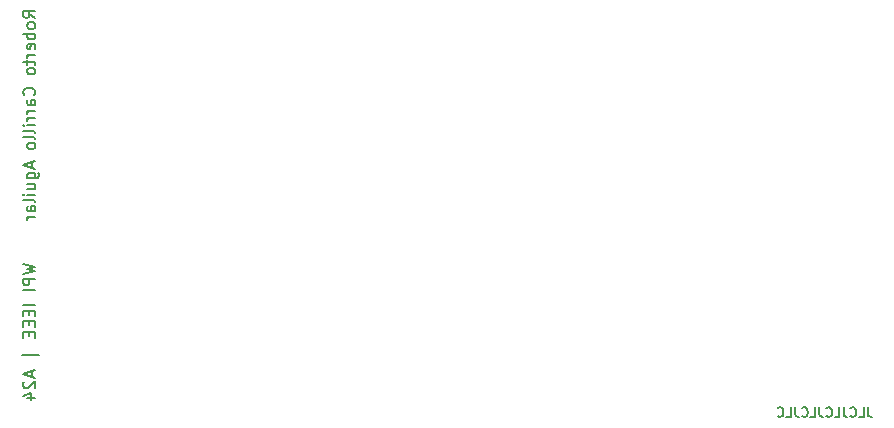
<source format=gbo>
G04 #@! TF.GenerationSoftware,KiCad,Pcbnew,8.0.4*
G04 #@! TF.CreationDate,2024-10-24T23:45:57-04:00*
G04 #@! TF.ProjectId,starter_board,73746172-7465-4725-9f62-6f6172642e6b,rev?*
G04 #@! TF.SameCoordinates,Original*
G04 #@! TF.FileFunction,Legend,Bot*
G04 #@! TF.FilePolarity,Positive*
%FSLAX46Y46*%
G04 Gerber Fmt 4.6, Leading zero omitted, Abs format (unit mm)*
G04 Created by KiCad (PCBNEW 8.0.4) date 2024-10-24 23:45:57*
%MOMM*%
%LPD*%
G01*
G04 APERTURE LIST*
%ADD10C,0.150000*%
%ADD11C,1.219200*%
%ADD12R,1.700000X1.700000*%
%ADD13O,1.700000X1.700000*%
%ADD14C,1.500000*%
%ADD15R,1.500000X1.500000*%
%ADD16O,1.900000X1.050000*%
G04 APERTURE END LIST*
D10*
X76969819Y-151241541D02*
X77969819Y-151479636D01*
X77969819Y-151479636D02*
X77255533Y-151670112D01*
X77255533Y-151670112D02*
X77969819Y-151860588D01*
X77969819Y-151860588D02*
X76969819Y-152098684D01*
X77969819Y-152479636D02*
X76969819Y-152479636D01*
X76969819Y-152479636D02*
X76969819Y-152860588D01*
X76969819Y-152860588D02*
X77017438Y-152955826D01*
X77017438Y-152955826D02*
X77065057Y-153003445D01*
X77065057Y-153003445D02*
X77160295Y-153051064D01*
X77160295Y-153051064D02*
X77303152Y-153051064D01*
X77303152Y-153051064D02*
X77398390Y-153003445D01*
X77398390Y-153003445D02*
X77446009Y-152955826D01*
X77446009Y-152955826D02*
X77493628Y-152860588D01*
X77493628Y-152860588D02*
X77493628Y-152479636D01*
X77969819Y-153479636D02*
X76969819Y-153479636D01*
X77969819Y-154717731D02*
X76969819Y-154717731D01*
X77446009Y-155193921D02*
X77446009Y-155527254D01*
X77969819Y-155670111D02*
X77969819Y-155193921D01*
X77969819Y-155193921D02*
X76969819Y-155193921D01*
X76969819Y-155193921D02*
X76969819Y-155670111D01*
X77446009Y-156098683D02*
X77446009Y-156432016D01*
X77969819Y-156574873D02*
X77969819Y-156098683D01*
X77969819Y-156098683D02*
X76969819Y-156098683D01*
X76969819Y-156098683D02*
X76969819Y-156574873D01*
X77446009Y-157003445D02*
X77446009Y-157336778D01*
X77969819Y-157479635D02*
X77969819Y-157003445D01*
X77969819Y-157003445D02*
X76969819Y-157003445D01*
X76969819Y-157003445D02*
X76969819Y-157479635D01*
X78303152Y-158908207D02*
X76874580Y-158908207D01*
X77684104Y-160336779D02*
X77684104Y-160812969D01*
X77969819Y-160241541D02*
X76969819Y-160574874D01*
X76969819Y-160574874D02*
X77969819Y-160908207D01*
X77065057Y-161193922D02*
X77017438Y-161241541D01*
X77017438Y-161241541D02*
X76969819Y-161336779D01*
X76969819Y-161336779D02*
X76969819Y-161574874D01*
X76969819Y-161574874D02*
X77017438Y-161670112D01*
X77017438Y-161670112D02*
X77065057Y-161717731D01*
X77065057Y-161717731D02*
X77160295Y-161765350D01*
X77160295Y-161765350D02*
X77255533Y-161765350D01*
X77255533Y-161765350D02*
X77398390Y-161717731D01*
X77398390Y-161717731D02*
X77969819Y-161146303D01*
X77969819Y-161146303D02*
X77969819Y-161765350D01*
X77303152Y-162622493D02*
X77969819Y-162622493D01*
X76922200Y-162384398D02*
X77636485Y-162146303D01*
X77636485Y-162146303D02*
X77636485Y-162765350D01*
X77969819Y-130408207D02*
X77493628Y-130074874D01*
X77969819Y-129836779D02*
X76969819Y-129836779D01*
X76969819Y-129836779D02*
X76969819Y-130217731D01*
X76969819Y-130217731D02*
X77017438Y-130312969D01*
X77017438Y-130312969D02*
X77065057Y-130360588D01*
X77065057Y-130360588D02*
X77160295Y-130408207D01*
X77160295Y-130408207D02*
X77303152Y-130408207D01*
X77303152Y-130408207D02*
X77398390Y-130360588D01*
X77398390Y-130360588D02*
X77446009Y-130312969D01*
X77446009Y-130312969D02*
X77493628Y-130217731D01*
X77493628Y-130217731D02*
X77493628Y-129836779D01*
X77969819Y-130979636D02*
X77922200Y-130884398D01*
X77922200Y-130884398D02*
X77874580Y-130836779D01*
X77874580Y-130836779D02*
X77779342Y-130789160D01*
X77779342Y-130789160D02*
X77493628Y-130789160D01*
X77493628Y-130789160D02*
X77398390Y-130836779D01*
X77398390Y-130836779D02*
X77350771Y-130884398D01*
X77350771Y-130884398D02*
X77303152Y-130979636D01*
X77303152Y-130979636D02*
X77303152Y-131122493D01*
X77303152Y-131122493D02*
X77350771Y-131217731D01*
X77350771Y-131217731D02*
X77398390Y-131265350D01*
X77398390Y-131265350D02*
X77493628Y-131312969D01*
X77493628Y-131312969D02*
X77779342Y-131312969D01*
X77779342Y-131312969D02*
X77874580Y-131265350D01*
X77874580Y-131265350D02*
X77922200Y-131217731D01*
X77922200Y-131217731D02*
X77969819Y-131122493D01*
X77969819Y-131122493D02*
X77969819Y-130979636D01*
X77969819Y-131741541D02*
X76969819Y-131741541D01*
X77350771Y-131741541D02*
X77303152Y-131836779D01*
X77303152Y-131836779D02*
X77303152Y-132027255D01*
X77303152Y-132027255D02*
X77350771Y-132122493D01*
X77350771Y-132122493D02*
X77398390Y-132170112D01*
X77398390Y-132170112D02*
X77493628Y-132217731D01*
X77493628Y-132217731D02*
X77779342Y-132217731D01*
X77779342Y-132217731D02*
X77874580Y-132170112D01*
X77874580Y-132170112D02*
X77922200Y-132122493D01*
X77922200Y-132122493D02*
X77969819Y-132027255D01*
X77969819Y-132027255D02*
X77969819Y-131836779D01*
X77969819Y-131836779D02*
X77922200Y-131741541D01*
X77922200Y-133027255D02*
X77969819Y-132932017D01*
X77969819Y-132932017D02*
X77969819Y-132741541D01*
X77969819Y-132741541D02*
X77922200Y-132646303D01*
X77922200Y-132646303D02*
X77826961Y-132598684D01*
X77826961Y-132598684D02*
X77446009Y-132598684D01*
X77446009Y-132598684D02*
X77350771Y-132646303D01*
X77350771Y-132646303D02*
X77303152Y-132741541D01*
X77303152Y-132741541D02*
X77303152Y-132932017D01*
X77303152Y-132932017D02*
X77350771Y-133027255D01*
X77350771Y-133027255D02*
X77446009Y-133074874D01*
X77446009Y-133074874D02*
X77541247Y-133074874D01*
X77541247Y-133074874D02*
X77636485Y-132598684D01*
X77969819Y-133503446D02*
X77303152Y-133503446D01*
X77493628Y-133503446D02*
X77398390Y-133551065D01*
X77398390Y-133551065D02*
X77350771Y-133598684D01*
X77350771Y-133598684D02*
X77303152Y-133693922D01*
X77303152Y-133693922D02*
X77303152Y-133789160D01*
X77303152Y-133979637D02*
X77303152Y-134360589D01*
X76969819Y-134122494D02*
X77826961Y-134122494D01*
X77826961Y-134122494D02*
X77922200Y-134170113D01*
X77922200Y-134170113D02*
X77969819Y-134265351D01*
X77969819Y-134265351D02*
X77969819Y-134360589D01*
X77969819Y-134836780D02*
X77922200Y-134741542D01*
X77922200Y-134741542D02*
X77874580Y-134693923D01*
X77874580Y-134693923D02*
X77779342Y-134646304D01*
X77779342Y-134646304D02*
X77493628Y-134646304D01*
X77493628Y-134646304D02*
X77398390Y-134693923D01*
X77398390Y-134693923D02*
X77350771Y-134741542D01*
X77350771Y-134741542D02*
X77303152Y-134836780D01*
X77303152Y-134836780D02*
X77303152Y-134979637D01*
X77303152Y-134979637D02*
X77350771Y-135074875D01*
X77350771Y-135074875D02*
X77398390Y-135122494D01*
X77398390Y-135122494D02*
X77493628Y-135170113D01*
X77493628Y-135170113D02*
X77779342Y-135170113D01*
X77779342Y-135170113D02*
X77874580Y-135122494D01*
X77874580Y-135122494D02*
X77922200Y-135074875D01*
X77922200Y-135074875D02*
X77969819Y-134979637D01*
X77969819Y-134979637D02*
X77969819Y-134836780D01*
X77874580Y-136932018D02*
X77922200Y-136884399D01*
X77922200Y-136884399D02*
X77969819Y-136741542D01*
X77969819Y-136741542D02*
X77969819Y-136646304D01*
X77969819Y-136646304D02*
X77922200Y-136503447D01*
X77922200Y-136503447D02*
X77826961Y-136408209D01*
X77826961Y-136408209D02*
X77731723Y-136360590D01*
X77731723Y-136360590D02*
X77541247Y-136312971D01*
X77541247Y-136312971D02*
X77398390Y-136312971D01*
X77398390Y-136312971D02*
X77207914Y-136360590D01*
X77207914Y-136360590D02*
X77112676Y-136408209D01*
X77112676Y-136408209D02*
X77017438Y-136503447D01*
X77017438Y-136503447D02*
X76969819Y-136646304D01*
X76969819Y-136646304D02*
X76969819Y-136741542D01*
X76969819Y-136741542D02*
X77017438Y-136884399D01*
X77017438Y-136884399D02*
X77065057Y-136932018D01*
X77969819Y-137789161D02*
X77446009Y-137789161D01*
X77446009Y-137789161D02*
X77350771Y-137741542D01*
X77350771Y-137741542D02*
X77303152Y-137646304D01*
X77303152Y-137646304D02*
X77303152Y-137455828D01*
X77303152Y-137455828D02*
X77350771Y-137360590D01*
X77922200Y-137789161D02*
X77969819Y-137693923D01*
X77969819Y-137693923D02*
X77969819Y-137455828D01*
X77969819Y-137455828D02*
X77922200Y-137360590D01*
X77922200Y-137360590D02*
X77826961Y-137312971D01*
X77826961Y-137312971D02*
X77731723Y-137312971D01*
X77731723Y-137312971D02*
X77636485Y-137360590D01*
X77636485Y-137360590D02*
X77588866Y-137455828D01*
X77588866Y-137455828D02*
X77588866Y-137693923D01*
X77588866Y-137693923D02*
X77541247Y-137789161D01*
X77969819Y-138265352D02*
X77303152Y-138265352D01*
X77493628Y-138265352D02*
X77398390Y-138312971D01*
X77398390Y-138312971D02*
X77350771Y-138360590D01*
X77350771Y-138360590D02*
X77303152Y-138455828D01*
X77303152Y-138455828D02*
X77303152Y-138551066D01*
X77969819Y-138884400D02*
X77303152Y-138884400D01*
X77493628Y-138884400D02*
X77398390Y-138932019D01*
X77398390Y-138932019D02*
X77350771Y-138979638D01*
X77350771Y-138979638D02*
X77303152Y-139074876D01*
X77303152Y-139074876D02*
X77303152Y-139170114D01*
X77969819Y-139503448D02*
X77303152Y-139503448D01*
X76969819Y-139503448D02*
X77017438Y-139455829D01*
X77017438Y-139455829D02*
X77065057Y-139503448D01*
X77065057Y-139503448D02*
X77017438Y-139551067D01*
X77017438Y-139551067D02*
X76969819Y-139503448D01*
X76969819Y-139503448D02*
X77065057Y-139503448D01*
X77969819Y-140122495D02*
X77922200Y-140027257D01*
X77922200Y-140027257D02*
X77826961Y-139979638D01*
X77826961Y-139979638D02*
X76969819Y-139979638D01*
X77969819Y-140646305D02*
X77922200Y-140551067D01*
X77922200Y-140551067D02*
X77826961Y-140503448D01*
X77826961Y-140503448D02*
X76969819Y-140503448D01*
X77969819Y-141170115D02*
X77922200Y-141074877D01*
X77922200Y-141074877D02*
X77874580Y-141027258D01*
X77874580Y-141027258D02*
X77779342Y-140979639D01*
X77779342Y-140979639D02*
X77493628Y-140979639D01*
X77493628Y-140979639D02*
X77398390Y-141027258D01*
X77398390Y-141027258D02*
X77350771Y-141074877D01*
X77350771Y-141074877D02*
X77303152Y-141170115D01*
X77303152Y-141170115D02*
X77303152Y-141312972D01*
X77303152Y-141312972D02*
X77350771Y-141408210D01*
X77350771Y-141408210D02*
X77398390Y-141455829D01*
X77398390Y-141455829D02*
X77493628Y-141503448D01*
X77493628Y-141503448D02*
X77779342Y-141503448D01*
X77779342Y-141503448D02*
X77874580Y-141455829D01*
X77874580Y-141455829D02*
X77922200Y-141408210D01*
X77922200Y-141408210D02*
X77969819Y-141312972D01*
X77969819Y-141312972D02*
X77969819Y-141170115D01*
X77684104Y-142646306D02*
X77684104Y-143122496D01*
X77969819Y-142551068D02*
X76969819Y-142884401D01*
X76969819Y-142884401D02*
X77969819Y-143217734D01*
X77303152Y-143979639D02*
X78112676Y-143979639D01*
X78112676Y-143979639D02*
X78207914Y-143932020D01*
X78207914Y-143932020D02*
X78255533Y-143884401D01*
X78255533Y-143884401D02*
X78303152Y-143789163D01*
X78303152Y-143789163D02*
X78303152Y-143646306D01*
X78303152Y-143646306D02*
X78255533Y-143551068D01*
X77922200Y-143979639D02*
X77969819Y-143884401D01*
X77969819Y-143884401D02*
X77969819Y-143693925D01*
X77969819Y-143693925D02*
X77922200Y-143598687D01*
X77922200Y-143598687D02*
X77874580Y-143551068D01*
X77874580Y-143551068D02*
X77779342Y-143503449D01*
X77779342Y-143503449D02*
X77493628Y-143503449D01*
X77493628Y-143503449D02*
X77398390Y-143551068D01*
X77398390Y-143551068D02*
X77350771Y-143598687D01*
X77350771Y-143598687D02*
X77303152Y-143693925D01*
X77303152Y-143693925D02*
X77303152Y-143884401D01*
X77303152Y-143884401D02*
X77350771Y-143979639D01*
X77303152Y-144884401D02*
X77969819Y-144884401D01*
X77303152Y-144455830D02*
X77826961Y-144455830D01*
X77826961Y-144455830D02*
X77922200Y-144503449D01*
X77922200Y-144503449D02*
X77969819Y-144598687D01*
X77969819Y-144598687D02*
X77969819Y-144741544D01*
X77969819Y-144741544D02*
X77922200Y-144836782D01*
X77922200Y-144836782D02*
X77874580Y-144884401D01*
X77969819Y-145360592D02*
X77303152Y-145360592D01*
X76969819Y-145360592D02*
X77017438Y-145312973D01*
X77017438Y-145312973D02*
X77065057Y-145360592D01*
X77065057Y-145360592D02*
X77017438Y-145408211D01*
X77017438Y-145408211D02*
X76969819Y-145360592D01*
X76969819Y-145360592D02*
X77065057Y-145360592D01*
X77969819Y-145979639D02*
X77922200Y-145884401D01*
X77922200Y-145884401D02*
X77826961Y-145836782D01*
X77826961Y-145836782D02*
X76969819Y-145836782D01*
X77969819Y-146789163D02*
X77446009Y-146789163D01*
X77446009Y-146789163D02*
X77350771Y-146741544D01*
X77350771Y-146741544D02*
X77303152Y-146646306D01*
X77303152Y-146646306D02*
X77303152Y-146455830D01*
X77303152Y-146455830D02*
X77350771Y-146360592D01*
X77922200Y-146789163D02*
X77969819Y-146693925D01*
X77969819Y-146693925D02*
X77969819Y-146455830D01*
X77969819Y-146455830D02*
X77922200Y-146360592D01*
X77922200Y-146360592D02*
X77826961Y-146312973D01*
X77826961Y-146312973D02*
X77731723Y-146312973D01*
X77731723Y-146312973D02*
X77636485Y-146360592D01*
X77636485Y-146360592D02*
X77588866Y-146455830D01*
X77588866Y-146455830D02*
X77588866Y-146693925D01*
X77588866Y-146693925D02*
X77541247Y-146789163D01*
X77969819Y-147265354D02*
X77303152Y-147265354D01*
X77493628Y-147265354D02*
X77398390Y-147312973D01*
X77398390Y-147312973D02*
X77350771Y-147360592D01*
X77350771Y-147360592D02*
X77303152Y-147455830D01*
X77303152Y-147455830D02*
X77303152Y-147551068D01*
X148488268Y-163386295D02*
X148488268Y-163957723D01*
X148488268Y-163957723D02*
X148526363Y-164072009D01*
X148526363Y-164072009D02*
X148602554Y-164148200D01*
X148602554Y-164148200D02*
X148716839Y-164186295D01*
X148716839Y-164186295D02*
X148793030Y-164186295D01*
X147726363Y-164186295D02*
X148107315Y-164186295D01*
X148107315Y-164186295D02*
X148107315Y-163386295D01*
X147002553Y-164110104D02*
X147040649Y-164148200D01*
X147040649Y-164148200D02*
X147154934Y-164186295D01*
X147154934Y-164186295D02*
X147231125Y-164186295D01*
X147231125Y-164186295D02*
X147345411Y-164148200D01*
X147345411Y-164148200D02*
X147421601Y-164072009D01*
X147421601Y-164072009D02*
X147459696Y-163995819D01*
X147459696Y-163995819D02*
X147497792Y-163843438D01*
X147497792Y-163843438D02*
X147497792Y-163729152D01*
X147497792Y-163729152D02*
X147459696Y-163576771D01*
X147459696Y-163576771D02*
X147421601Y-163500580D01*
X147421601Y-163500580D02*
X147345411Y-163424390D01*
X147345411Y-163424390D02*
X147231125Y-163386295D01*
X147231125Y-163386295D02*
X147154934Y-163386295D01*
X147154934Y-163386295D02*
X147040649Y-163424390D01*
X147040649Y-163424390D02*
X147002553Y-163462485D01*
X146431125Y-163386295D02*
X146431125Y-163957723D01*
X146431125Y-163957723D02*
X146469220Y-164072009D01*
X146469220Y-164072009D02*
X146545411Y-164148200D01*
X146545411Y-164148200D02*
X146659696Y-164186295D01*
X146659696Y-164186295D02*
X146735887Y-164186295D01*
X145669220Y-164186295D02*
X146050172Y-164186295D01*
X146050172Y-164186295D02*
X146050172Y-163386295D01*
X144945410Y-164110104D02*
X144983506Y-164148200D01*
X144983506Y-164148200D02*
X145097791Y-164186295D01*
X145097791Y-164186295D02*
X145173982Y-164186295D01*
X145173982Y-164186295D02*
X145288268Y-164148200D01*
X145288268Y-164148200D02*
X145364458Y-164072009D01*
X145364458Y-164072009D02*
X145402553Y-163995819D01*
X145402553Y-163995819D02*
X145440649Y-163843438D01*
X145440649Y-163843438D02*
X145440649Y-163729152D01*
X145440649Y-163729152D02*
X145402553Y-163576771D01*
X145402553Y-163576771D02*
X145364458Y-163500580D01*
X145364458Y-163500580D02*
X145288268Y-163424390D01*
X145288268Y-163424390D02*
X145173982Y-163386295D01*
X145173982Y-163386295D02*
X145097791Y-163386295D01*
X145097791Y-163386295D02*
X144983506Y-163424390D01*
X144983506Y-163424390D02*
X144945410Y-163462485D01*
X144373982Y-163386295D02*
X144373982Y-163957723D01*
X144373982Y-163957723D02*
X144412077Y-164072009D01*
X144412077Y-164072009D02*
X144488268Y-164148200D01*
X144488268Y-164148200D02*
X144602553Y-164186295D01*
X144602553Y-164186295D02*
X144678744Y-164186295D01*
X143612077Y-164186295D02*
X143993029Y-164186295D01*
X143993029Y-164186295D02*
X143993029Y-163386295D01*
X142888267Y-164110104D02*
X142926363Y-164148200D01*
X142926363Y-164148200D02*
X143040648Y-164186295D01*
X143040648Y-164186295D02*
X143116839Y-164186295D01*
X143116839Y-164186295D02*
X143231125Y-164148200D01*
X143231125Y-164148200D02*
X143307315Y-164072009D01*
X143307315Y-164072009D02*
X143345410Y-163995819D01*
X143345410Y-163995819D02*
X143383506Y-163843438D01*
X143383506Y-163843438D02*
X143383506Y-163729152D01*
X143383506Y-163729152D02*
X143345410Y-163576771D01*
X143345410Y-163576771D02*
X143307315Y-163500580D01*
X143307315Y-163500580D02*
X143231125Y-163424390D01*
X143231125Y-163424390D02*
X143116839Y-163386295D01*
X143116839Y-163386295D02*
X143040648Y-163386295D01*
X143040648Y-163386295D02*
X142926363Y-163424390D01*
X142926363Y-163424390D02*
X142888267Y-163462485D01*
X142316839Y-163386295D02*
X142316839Y-163957723D01*
X142316839Y-163957723D02*
X142354934Y-164072009D01*
X142354934Y-164072009D02*
X142431125Y-164148200D01*
X142431125Y-164148200D02*
X142545410Y-164186295D01*
X142545410Y-164186295D02*
X142621601Y-164186295D01*
X141554934Y-164186295D02*
X141935886Y-164186295D01*
X141935886Y-164186295D02*
X141935886Y-163386295D01*
X140831124Y-164110104D02*
X140869220Y-164148200D01*
X140869220Y-164148200D02*
X140983505Y-164186295D01*
X140983505Y-164186295D02*
X141059696Y-164186295D01*
X141059696Y-164186295D02*
X141173982Y-164148200D01*
X141173982Y-164148200D02*
X141250172Y-164072009D01*
X141250172Y-164072009D02*
X141288267Y-163995819D01*
X141288267Y-163995819D02*
X141326363Y-163843438D01*
X141326363Y-163843438D02*
X141326363Y-163729152D01*
X141326363Y-163729152D02*
X141288267Y-163576771D01*
X141288267Y-163576771D02*
X141250172Y-163500580D01*
X141250172Y-163500580D02*
X141173982Y-163424390D01*
X141173982Y-163424390D02*
X141059696Y-163386295D01*
X141059696Y-163386295D02*
X140983505Y-163386295D01*
X140983505Y-163386295D02*
X140869220Y-163424390D01*
X140869220Y-163424390D02*
X140831124Y-163462485D01*
%LPC*%
D11*
X123966000Y-136172000D03*
X126506000Y-136172000D03*
X129046000Y-136172000D03*
X131586000Y-136172000D03*
X134126000Y-136172000D03*
X136666000Y-136172000D03*
X134126000Y-143792000D03*
X131586000Y-143792000D03*
X129046000Y-143792000D03*
X126506000Y-143792000D03*
X123966000Y-143792000D03*
D12*
X59817000Y-153924000D03*
D13*
X59817000Y-156464000D03*
X57277000Y-153924000D03*
X57277000Y-156464000D03*
X54737000Y-153924000D03*
X54737000Y-156464000D03*
D12*
X50130000Y-128000000D03*
D13*
X52670000Y-128000000D03*
X55210000Y-128000000D03*
X57750000Y-128000000D03*
X60290000Y-128000000D03*
X62830000Y-128000000D03*
X65370000Y-128000000D03*
X67910000Y-128000000D03*
X70450000Y-128000000D03*
X72990000Y-128000000D03*
D14*
X127506000Y-158792000D03*
X124966000Y-158792000D03*
X122426000Y-158792000D03*
D15*
X119886000Y-158792000D03*
D16*
X49459000Y-137032000D03*
X49459000Y-144182000D03*
%LPD*%
M02*

</source>
